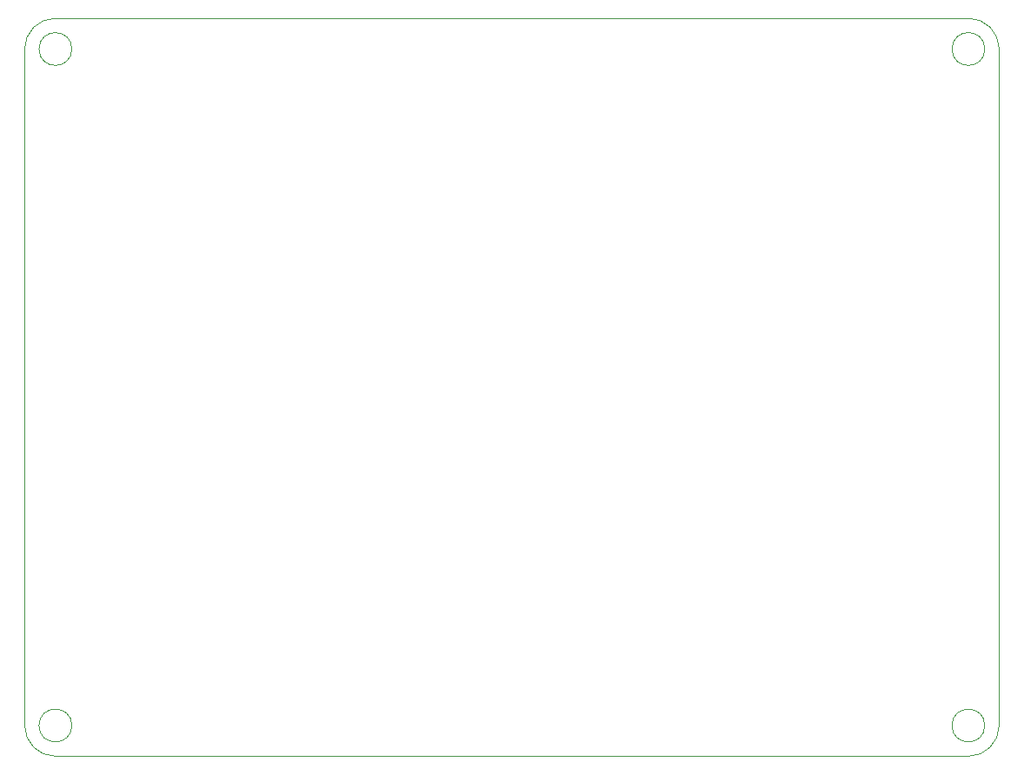
<source format=gbr>
%TF.GenerationSoftware,KiCad,Pcbnew,7.0.8*%
%TF.CreationDate,2024-06-07T19:37:30+09:00*%
%TF.ProjectId,untitled,756e7469-746c-4656-942e-6b696361645f,rev?*%
%TF.SameCoordinates,Original*%
%TF.FileFunction,Profile,NP*%
%FSLAX46Y46*%
G04 Gerber Fmt 4.6, Leading zero omitted, Abs format (unit mm)*
G04 Created by KiCad (PCBNEW 7.0.8) date 2024-06-07 19:37:30*
%MOMM*%
%LPD*%
G01*
G04 APERTURE LIST*
%TA.AperFunction,Profile*%
%ADD10C,0.050000*%
%TD*%
G04 APERTURE END LIST*
D10*
X194601100Y-72003600D02*
G75*
G03*
X194601100Y-72003600I-1600000J0D01*
G01*
X194601100Y-138003600D02*
G75*
G03*
X194601100Y-138003600I-1600000J0D01*
G01*
X105601100Y-138003600D02*
G75*
G03*
X105601100Y-138003600I-1600000J0D01*
G01*
X105601100Y-72003600D02*
G75*
G03*
X105601100Y-72003600I-1600000J0D01*
G01*
X196001100Y-72003600D02*
G75*
G03*
X193001100Y-69003600I-3000000J0D01*
G01*
X104001100Y-141003600D02*
X193001100Y-141003600D01*
X101001100Y-138003600D02*
G75*
G03*
X104001100Y-141003600I3000000J0D01*
G01*
X104001100Y-69003600D02*
G75*
G03*
X101001100Y-72003600I0J-3000000D01*
G01*
X193001100Y-141003600D02*
G75*
G03*
X196001100Y-138003600I0J3000000D01*
G01*
X101001100Y-72003600D02*
X101001100Y-138003600D01*
X193001100Y-69003600D02*
X104001100Y-69003600D01*
X196001100Y-138003600D02*
X196001100Y-72003600D01*
M02*

</source>
